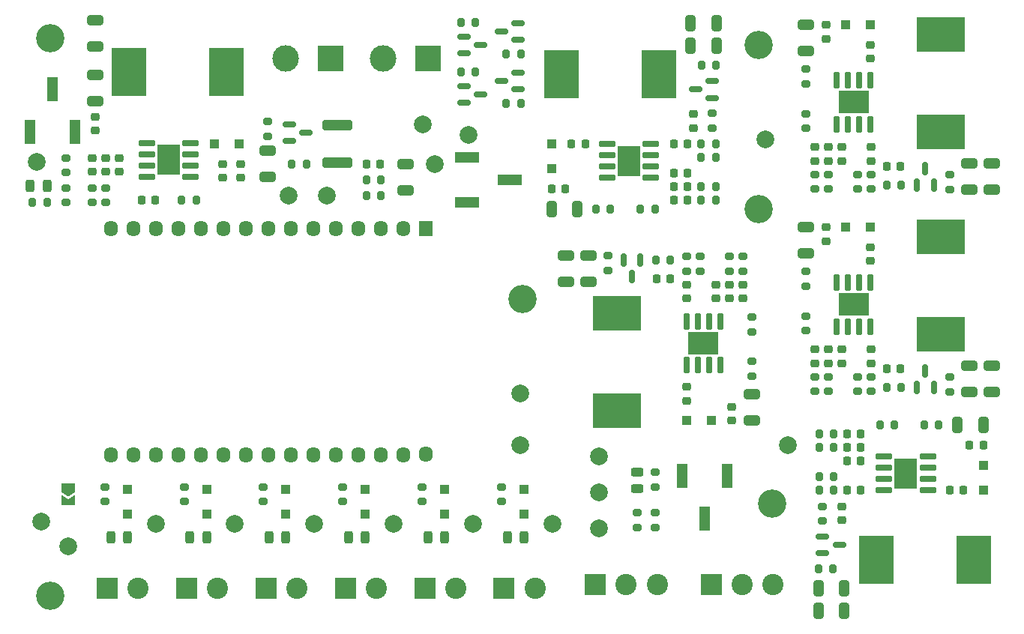
<source format=gts>
%TF.GenerationSoftware,KiCad,Pcbnew,7.0.10*%
%TF.CreationDate,2024-02-13T14:16:51+07:00*%
%TF.ProjectId,AniSignage v2,416e6953-6967-46e6-9167-652076322e6b,rev?*%
%TF.SameCoordinates,Original*%
%TF.FileFunction,Soldermask,Top*%
%TF.FilePolarity,Negative*%
%FSLAX46Y46*%
G04 Gerber Fmt 4.6, Leading zero omitted, Abs format (unit mm)*
G04 Created by KiCad (PCBNEW 7.0.10) date 2024-02-13 14:16:51*
%MOMM*%
%LPD*%
G01*
G04 APERTURE LIST*
G04 Aperture macros list*
%AMRoundRect*
0 Rectangle with rounded corners*
0 $1 Rounding radius*
0 $2 $3 $4 $5 $6 $7 $8 $9 X,Y pos of 4 corners*
0 Add a 4 corners polygon primitive as box body*
4,1,4,$2,$3,$4,$5,$6,$7,$8,$9,$2,$3,0*
0 Add four circle primitives for the rounded corners*
1,1,$1+$1,$2,$3*
1,1,$1+$1,$4,$5*
1,1,$1+$1,$6,$7*
1,1,$1+$1,$8,$9*
0 Add four rect primitives between the rounded corners*
20,1,$1+$1,$2,$3,$4,$5,0*
20,1,$1+$1,$4,$5,$6,$7,0*
20,1,$1+$1,$6,$7,$8,$9,0*
20,1,$1+$1,$8,$9,$2,$3,0*%
%AMFreePoly0*
4,1,6,1.000000,0.000000,0.500000,-0.750000,-0.500000,-0.750000,-0.500000,0.750000,0.500000,0.750000,1.000000,0.000000,1.000000,0.000000,$1*%
%AMFreePoly1*
4,1,6,0.500000,-0.750000,-0.650000,-0.750000,-0.150000,0.000000,-0.650000,0.750000,0.500000,0.750000,0.500000,-0.750000,0.500000,-0.750000,$1*%
G04 Aperture macros list end*
%ADD10RoundRect,0.200000X0.200000X0.275000X-0.200000X0.275000X-0.200000X-0.275000X0.200000X-0.275000X0*%
%ADD11RoundRect,0.150000X-0.587500X-0.150000X0.587500X-0.150000X0.587500X0.150000X-0.587500X0.150000X0*%
%ADD12RoundRect,0.250000X0.300000X-0.300000X0.300000X0.300000X-0.300000X0.300000X-0.300000X-0.300000X0*%
%ADD13RoundRect,0.243750X0.243750X0.456250X-0.243750X0.456250X-0.243750X-0.456250X0.243750X-0.456250X0*%
%ADD14RoundRect,0.225000X0.250000X-0.225000X0.250000X0.225000X-0.250000X0.225000X-0.250000X-0.225000X0*%
%ADD15R,2.400000X2.400000*%
%ADD16C,2.400000*%
%ADD17RoundRect,0.200000X-0.200000X-0.275000X0.200000X-0.275000X0.200000X0.275000X-0.200000X0.275000X0*%
%ADD18RoundRect,0.225000X-0.250000X0.225000X-0.250000X-0.225000X0.250000X-0.225000X0.250000X0.225000X0*%
%ADD19RoundRect,0.200000X0.275000X-0.200000X0.275000X0.200000X-0.275000X0.200000X-0.275000X-0.200000X0*%
%ADD20RoundRect,0.150000X-0.150000X0.820000X-0.150000X-0.820000X0.150000X-0.820000X0.150000X0.820000X0*%
%ADD21R,3.510000X2.620000*%
%ADD22RoundRect,0.225000X-0.225000X-0.250000X0.225000X-0.250000X0.225000X0.250000X-0.225000X0.250000X0*%
%ADD23RoundRect,0.250000X0.300000X0.300000X-0.300000X0.300000X-0.300000X-0.300000X0.300000X-0.300000X0*%
%ADD24RoundRect,0.200000X-0.275000X0.200000X-0.275000X-0.200000X0.275000X-0.200000X0.275000X0.200000X0*%
%ADD25RoundRect,0.150000X-0.820000X-0.150000X0.820000X-0.150000X0.820000X0.150000X-0.820000X0.150000X0*%
%ADD26R,2.620000X3.510000*%
%ADD27RoundRect,0.250000X0.650000X-0.325000X0.650000X0.325000X-0.650000X0.325000X-0.650000X-0.325000X0*%
%ADD28RoundRect,0.150000X0.150000X-0.820000X0.150000X0.820000X-0.150000X0.820000X-0.150000X-0.820000X0*%
%ADD29FreePoly0,270.000000*%
%ADD30FreePoly1,270.000000*%
%ADD31RoundRect,0.250000X-0.300000X-0.300000X0.300000X-0.300000X0.300000X0.300000X-0.300000X0.300000X0*%
%ADD32RoundRect,0.225000X0.225000X0.250000X-0.225000X0.250000X-0.225000X-0.250000X0.225000X-0.250000X0*%
%ADD33R,5.400000X3.900000*%
%ADD34RoundRect,0.150000X-0.150000X0.587500X-0.150000X-0.587500X0.150000X-0.587500X0.150000X0.587500X0*%
%ADD35RoundRect,0.250000X0.325000X0.650000X-0.325000X0.650000X-0.325000X-0.650000X0.325000X-0.650000X0*%
%ADD36C,3.200000*%
%ADD37C,2.000000*%
%ADD38R,3.900000X5.400000*%
%ADD39R,2.790000X1.190000*%
%ADD40RoundRect,0.250000X-0.650000X0.325000X-0.650000X-0.325000X0.650000X-0.325000X0.650000X0.325000X0*%
%ADD41RoundRect,0.250000X-1.450000X0.312500X-1.450000X-0.312500X1.450000X-0.312500X1.450000X0.312500X0*%
%ADD42RoundRect,0.250000X-0.325000X-0.650000X0.325000X-0.650000X0.325000X0.650000X-0.325000X0.650000X0*%
%ADD43R,3.000000X3.000000*%
%ADD44C,3.000000*%
%ADD45RoundRect,0.250000X-0.300000X0.300000X-0.300000X-0.300000X0.300000X-0.300000X0.300000X0.300000X0*%
%ADD46RoundRect,0.150000X0.587500X0.150000X-0.587500X0.150000X-0.587500X-0.150000X0.587500X-0.150000X0*%
%ADD47RoundRect,0.243750X0.456250X-0.243750X0.456250X0.243750X-0.456250X0.243750X-0.456250X-0.243750X0*%
%ADD48R,1.190000X2.790000*%
%ADD49RoundRect,0.150000X0.150000X-0.587500X0.150000X0.587500X-0.150000X0.587500X-0.150000X-0.587500X0*%
%ADD50R,1.580000X1.780000*%
%ADD51O,1.580000X1.780000*%
%ADD52RoundRect,0.243750X-0.243750X-0.456250X0.243750X-0.456250X0.243750X0.456250X-0.243750X0.456250X0*%
%ADD53RoundRect,0.150000X0.820000X0.150000X-0.820000X0.150000X-0.820000X-0.150000X0.820000X-0.150000X0*%
%ADD54C,2.010000*%
G04 APERTURE END LIST*
D10*
%TO.C,R14*%
X134916500Y-57150000D03*
X133266500Y-57150000D03*
%TD*%
D11*
%TO.C,TR1*%
X113889000Y-63058000D03*
X113889000Y-64958000D03*
X115764000Y-64008000D03*
%TD*%
D12*
%TO.C,D13*%
X131462180Y-107064000D03*
X131462180Y-104264000D03*
%TD*%
D13*
%TO.C,D14*%
X140427475Y-109728000D03*
X138552475Y-109728000D03*
%TD*%
D10*
%TO.C,R5*%
X103381000Y-71628000D03*
X101731000Y-71628000D03*
%TD*%
D14*
%TO.C,C54*%
X162052000Y-82702000D03*
X162052000Y-81152000D03*
%TD*%
D15*
%TO.C,I4*%
X120238885Y-115470000D03*
D16*
X123738885Y-115470000D03*
%TD*%
D17*
%TO.C,R54*%
X173736000Y-104394000D03*
X175386000Y-104394000D03*
%TD*%
D15*
%TO.C,I2*%
X102308295Y-115470000D03*
D16*
X105808295Y-115470000D03*
%TD*%
D18*
%TO.C,C26*%
X174752000Y-65634000D03*
X174752000Y-67184000D03*
%TD*%
D19*
%TO.C,R39*%
X173228000Y-70358000D03*
X173228000Y-68708000D03*
%TD*%
D14*
%TO.C,C29*%
X179564000Y-55626000D03*
X179564000Y-54076000D03*
%TD*%
D20*
%TO.C,U10*%
X179564000Y-58079000D03*
X178294000Y-58079000D03*
X177024000Y-58079000D03*
X175754000Y-58079000D03*
X175754000Y-63039000D03*
X177024000Y-63039000D03*
X178294000Y-63039000D03*
X179564000Y-63039000D03*
D21*
X177659000Y-60559000D03*
%TD*%
D18*
%TO.C,C57*%
X163830000Y-94970000D03*
X163830000Y-96520000D03*
%TD*%
D22*
%TO.C,C18*%
X157328000Y-71628000D03*
X158878000Y-71628000D03*
%TD*%
D23*
%TO.C,D17*%
X179564000Y-51816000D03*
X176764000Y-51816000D03*
%TD*%
D24*
%TO.C,R62*%
X158750000Y-77978000D03*
X158750000Y-79628000D03*
%TD*%
D25*
%TO.C,U9*%
X149773000Y-65292000D03*
X149773000Y-66562000D03*
X149773000Y-67832000D03*
X149773000Y-69102000D03*
X154733000Y-69102000D03*
X154733000Y-67832000D03*
X154733000Y-66562000D03*
X154733000Y-65292000D03*
D26*
X152253000Y-67197000D03*
%TD*%
D18*
%TO.C,C34*%
X176276000Y-88494000D03*
X176276000Y-90044000D03*
%TD*%
D24*
%TO.C,R11*%
X155194000Y-106934000D03*
X155194000Y-108584000D03*
%TD*%
D27*
%TO.C,C11*%
X127000000Y-70514000D03*
X127000000Y-67564000D03*
%TD*%
D28*
%TO.C,U13*%
X158764000Y-90257000D03*
X160034000Y-90257000D03*
X161304000Y-90257000D03*
X162574000Y-90257000D03*
X162574000Y-85297000D03*
X161304000Y-85297000D03*
X160034000Y-85297000D03*
X158764000Y-85297000D03*
D21*
X160669000Y-87777000D03*
%TD*%
D14*
%TO.C,C53*%
X158750000Y-82702000D03*
X158750000Y-81152000D03*
%TD*%
D19*
%TO.C,R50*%
X172212000Y-86360000D03*
X172212000Y-84710000D03*
%TD*%
D27*
%TO.C,C25*%
X172212000Y-54766000D03*
X172212000Y-51816000D03*
%TD*%
D17*
%TO.C,R33*%
X148527000Y-72644000D03*
X150177000Y-72644000D03*
%TD*%
%TO.C,R12*%
X138406000Y-55118000D03*
X140056000Y-55118000D03*
%TD*%
D29*
%TO.C,JP1*%
X88900000Y-104140000D03*
D30*
X88900000Y-105590000D03*
%TD*%
D31*
%TO.C,D20*%
X158764000Y-96520000D03*
X161564000Y-96520000D03*
%TD*%
D32*
%TO.C,C32*%
X182943000Y-67818000D03*
X181393000Y-67818000D03*
%TD*%
D18*
%TO.C,C10*%
X91948000Y-62217000D03*
X91948000Y-63767000D03*
%TD*%
D33*
%TO.C,L3*%
X187452000Y-52920000D03*
X187452000Y-63920000D03*
%TD*%
D34*
%TO.C,TR10*%
X153538000Y-78389000D03*
X151638000Y-78389000D03*
X152588000Y-80264000D03*
%TD*%
D27*
%TO.C,C61*%
X145119000Y-80843000D03*
X145119000Y-77893000D03*
%TD*%
D32*
%TO.C,C43*%
X178460000Y-104394000D03*
X176910000Y-104394000D03*
%TD*%
D27*
%TO.C,C60*%
X147659000Y-80843000D03*
X147659000Y-77893000D03*
%TD*%
D35*
%TO.C,C15*%
X146460000Y-72644000D03*
X143510000Y-72644000D03*
%TD*%
D36*
%TO.C,H2*%
X86868000Y-116332000D03*
%TD*%
D37*
%TO.C,TP3*%
X98806000Y-108204000D03*
%TD*%
D22*
%TO.C,C16*%
X157328000Y-70104000D03*
X158878000Y-70104000D03*
%TD*%
D38*
%TO.C,L5*%
X191174000Y-112268000D03*
X180174000Y-112268000D03*
%TD*%
D39*
%TO.C,RV3*%
X133983000Y-66802000D03*
X138813000Y-69342000D03*
X133983000Y-71882000D03*
%TD*%
D17*
%TO.C,R2*%
X114177000Y-67564000D03*
X115827000Y-67564000D03*
%TD*%
D40*
%TO.C,C41*%
X193209000Y-90353000D03*
X193209000Y-93303000D03*
%TD*%
D18*
%TO.C,C22*%
X159512000Y-61913000D03*
X159512000Y-63463000D03*
%TD*%
D33*
%TO.C,L4*%
X187452000Y-75780000D03*
X187452000Y-86780000D03*
%TD*%
D41*
%TO.C,F1*%
X119320000Y-63140500D03*
X119320000Y-67415500D03*
%TD*%
D10*
%TO.C,R34*%
X155194000Y-72644000D03*
X153544000Y-72644000D03*
%TD*%
D22*
%TO.C,C49*%
X188468000Y-104380000D03*
X190018000Y-104380000D03*
%TD*%
D32*
%TO.C,C17*%
X145060000Y-70358000D03*
X143510000Y-70358000D03*
%TD*%
D24*
%TO.C,R6*%
X88646000Y-66865000D03*
X88646000Y-68515000D03*
%TD*%
D10*
%TO.C,R32*%
X162052000Y-70104000D03*
X160402000Y-70104000D03*
%TD*%
D42*
%TO.C,C20*%
X159187000Y-54187000D03*
X162137000Y-54187000D03*
%TD*%
D17*
%TO.C,R8*%
X84885500Y-71882000D03*
X86535500Y-71882000D03*
%TD*%
D10*
%TO.C,R67*%
X156935000Y-78389000D03*
X155285000Y-78389000D03*
%TD*%
D37*
%TO.C,TP6*%
X125701885Y-108204000D03*
%TD*%
D43*
%TO.C,Vi2*%
X129540000Y-55575000D03*
D44*
X124460000Y-55575000D03*
%TD*%
D19*
%TO.C,R35*%
X161641000Y-63463000D03*
X161641000Y-61813000D03*
%TD*%
D45*
%TO.C,D16*%
X143510000Y-65292000D03*
X143510000Y-68092000D03*
%TD*%
D10*
%TO.C,R57*%
X187261000Y-97028000D03*
X185611000Y-97028000D03*
%TD*%
D37*
%TO.C,TP8*%
X143632475Y-108204000D03*
%TD*%
D19*
%TO.C,R47*%
X173228000Y-93218000D03*
X173228000Y-91568000D03*
%TD*%
D40*
%TO.C,C31*%
X193209000Y-67493000D03*
X193209000Y-70443000D03*
%TD*%
D19*
%TO.C,R46*%
X179578000Y-93218000D03*
X179578000Y-91568000D03*
%TD*%
D32*
%TO.C,C12*%
X124169000Y-67564000D03*
X122619000Y-67564000D03*
%TD*%
D46*
%TO.C,TR6*%
X161641000Y-60066000D03*
X161641000Y-58166000D03*
X159766000Y-59116000D03*
%TD*%
D17*
%TO.C,R51*%
X181393000Y-92807000D03*
X183043000Y-92807000D03*
%TD*%
D19*
%TO.C,R48*%
X174752000Y-93218000D03*
X174752000Y-91568000D03*
%TD*%
D12*
%TO.C,D15*%
X140427475Y-107064000D03*
X140427475Y-104264000D03*
%TD*%
D11*
%TO.C,TR4*%
X133604000Y-58740000D03*
X133604000Y-60640000D03*
X135479000Y-59690000D03*
%TD*%
D36*
%TO.C,H1*%
X86868000Y-53340000D03*
%TD*%
D11*
%TO.C,TR2*%
X133604000Y-53152000D03*
X133604000Y-55052000D03*
X135479000Y-54102000D03*
%TD*%
D32*
%TO.C,C46*%
X178460000Y-99568000D03*
X176910000Y-99568000D03*
%TD*%
D19*
%TO.C,R38*%
X179578000Y-70358000D03*
X179578000Y-68708000D03*
%TD*%
D17*
%TO.C,R29*%
X160402000Y-66802000D03*
X162052000Y-66802000D03*
%TD*%
D27*
%TO.C,C35*%
X172212000Y-77626000D03*
X172212000Y-74676000D03*
%TD*%
D14*
%TO.C,C56*%
X163576000Y-82702000D03*
X163576000Y-81152000D03*
%TD*%
D18*
%TO.C,C33*%
X179578000Y-88494000D03*
X179578000Y-90044000D03*
%TD*%
D36*
%TO.C,H5*%
X166878000Y-72644000D03*
%TD*%
D37*
%TO.C,TP18*%
X148844000Y-104648000D03*
%TD*%
D32*
%TO.C,C42*%
X182943000Y-90678000D03*
X181393000Y-90678000D03*
%TD*%
D19*
%TO.C,R7*%
X88646000Y-71882000D03*
X88646000Y-70232000D03*
%TD*%
D14*
%TO.C,C58*%
X165100000Y-82702000D03*
X165100000Y-81152000D03*
%TD*%
D10*
%TO.C,R30*%
X162052000Y-65278000D03*
X160402000Y-65278000D03*
%TD*%
D17*
%TO.C,R43*%
X181393000Y-69947000D03*
X183043000Y-69947000D03*
%TD*%
D47*
%TO.C,D3*%
X153162000Y-104237000D03*
X153162000Y-102362000D03*
%TD*%
D11*
%TO.C,TR9*%
X174147000Y-109606000D03*
X174147000Y-111506000D03*
X176022000Y-110556000D03*
%TD*%
D22*
%TO.C,C14*%
X157328000Y-68580000D03*
X158878000Y-68580000D03*
%TD*%
D19*
%TO.C,R22*%
X110991590Y-105664000D03*
X110991590Y-104014000D03*
%TD*%
%TO.C,R24*%
X119956885Y-105664000D03*
X119956885Y-104014000D03*
%TD*%
D24*
%TO.C,R64*%
X163576000Y-77978000D03*
X163576000Y-79628000D03*
%TD*%
D23*
%TO.C,D18*%
X179564000Y-74676000D03*
X176764000Y-74676000D03*
%TD*%
D19*
%TO.C,R42*%
X172212000Y-63500000D03*
X172212000Y-61850000D03*
%TD*%
D18*
%TO.C,C23*%
X179578000Y-65634000D03*
X179578000Y-67184000D03*
%TD*%
D48*
%TO.C,RV1*%
X84582000Y-63883000D03*
X87122000Y-59053000D03*
X89662000Y-63883000D03*
%TD*%
D40*
%TO.C,C40*%
X190669000Y-90353000D03*
X190669000Y-93303000D03*
%TD*%
D19*
%TO.C,R28*%
X137887475Y-105664000D03*
X137887475Y-104014000D03*
%TD*%
%TO.C,R61*%
X160274000Y-79628000D03*
X160274000Y-77978000D03*
%TD*%
D17*
%TO.C,R58*%
X180594000Y-97028000D03*
X182244000Y-97028000D03*
%TD*%
D37*
%TO.C,TP9*%
X85852000Y-107950000D03*
%TD*%
D19*
%TO.C,R10*%
X155194000Y-104012000D03*
X155194000Y-102362000D03*
%TD*%
D40*
%TO.C,C55*%
X166116000Y-93570000D03*
X166116000Y-96520000D03*
%TD*%
D17*
%TO.C,R60*%
X173673000Y-113284000D03*
X175323000Y-113284000D03*
%TD*%
D49*
%TO.C,TR7*%
X184790000Y-69947000D03*
X186690000Y-69947000D03*
X185740000Y-68072000D03*
%TD*%
D14*
%TO.C,C6*%
X108398000Y-69101000D03*
X108398000Y-67551000D03*
%TD*%
D12*
%TO.C,D19*%
X192278000Y-104380000D03*
X192278000Y-101580000D03*
%TD*%
D37*
%TO.C,TP11*%
X139954000Y-99314000D03*
%TD*%
D19*
%TO.C,R40*%
X174752000Y-70358000D03*
X174752000Y-68708000D03*
%TD*%
D18*
%TO.C,C24*%
X176276000Y-65634000D03*
X176276000Y-67184000D03*
%TD*%
D50*
%TO.C,U2*%
X129286000Y-74867300D03*
D51*
X126746000Y-74867300D03*
X124206000Y-74867300D03*
X121666000Y-74867300D03*
X119126000Y-74867300D03*
X116586000Y-74867300D03*
X114046000Y-74867300D03*
X111506000Y-74867300D03*
X108966000Y-74867300D03*
X106426000Y-74867300D03*
X103886000Y-74867300D03*
X101346000Y-74867300D03*
X98806000Y-74867300D03*
X96266000Y-74867300D03*
X93726000Y-74817300D03*
X93726000Y-100367300D03*
X96266000Y-100367300D03*
X98806000Y-100367300D03*
X101346000Y-100367300D03*
X103886000Y-100367300D03*
X106426000Y-100367300D03*
X108966000Y-100367300D03*
X111506000Y-100367300D03*
X114046000Y-100367300D03*
X116586000Y-100367300D03*
X119126000Y-100367300D03*
X121666000Y-100367300D03*
X124206000Y-100367300D03*
X126746000Y-100367300D03*
X129286000Y-100317300D03*
%TD*%
D12*
%TO.C,D9*%
X113531590Y-107064000D03*
X113531590Y-104264000D03*
%TD*%
D13*
%TO.C,D10*%
X122496885Y-109728000D03*
X120621885Y-109728000D03*
%TD*%
D38*
%TO.C,L2*%
X144614000Y-57404000D03*
X155614000Y-57404000D03*
%TD*%
D46*
%TO.C,TR3*%
X139718500Y-53528000D03*
X139718500Y-51628000D03*
X137843500Y-52578000D03*
%TD*%
D10*
%TO.C,R16*%
X124269000Y-69342000D03*
X122619000Y-69342000D03*
%TD*%
D24*
%TO.C,R49*%
X172212000Y-79693000D03*
X172212000Y-81343000D03*
%TD*%
D37*
%TO.C,TP19*%
X118110000Y-71120000D03*
%TD*%
D13*
%TO.C,D4*%
X95601000Y-109728000D03*
X93726000Y-109728000D03*
%TD*%
D22*
%TO.C,C47*%
X190728000Y-99314000D03*
X192278000Y-99314000D03*
%TD*%
D27*
%TO.C,C8*%
X91948000Y-54258000D03*
X91948000Y-51308000D03*
%TD*%
D37*
%TO.C,TP2*%
X113792000Y-71120000D03*
%TD*%
D13*
%TO.C,D12*%
X131462180Y-109728000D03*
X129587180Y-109728000D03*
%TD*%
D14*
%TO.C,C37*%
X174498000Y-76226000D03*
X174498000Y-74676000D03*
%TD*%
D10*
%TO.C,R36*%
X162115000Y-56388000D03*
X160465000Y-56388000D03*
%TD*%
D19*
%TO.C,R52*%
X188468000Y-93281000D03*
X188468000Y-91631000D03*
%TD*%
D40*
%TO.C,C30*%
X190669000Y-67493000D03*
X190669000Y-70443000D03*
%TD*%
D14*
%TO.C,C52*%
X176276000Y-107759000D03*
X176276000Y-106209000D03*
%TD*%
D42*
%TO.C,C21*%
X159187000Y-51647000D03*
X162137000Y-51647000D03*
%TD*%
D37*
%TO.C,TP16*%
X130302000Y-67564000D03*
%TD*%
D13*
%TO.C,D6*%
X104566295Y-109728000D03*
X102691295Y-109728000D03*
%TD*%
D33*
%TO.C,L6*%
X150876000Y-95416000D03*
X150876000Y-84416000D03*
%TD*%
D32*
%TO.C,C44*%
X178460000Y-101092000D03*
X176910000Y-101092000D03*
%TD*%
D35*
%TO.C,C50*%
X176601000Y-115485000D03*
X173651000Y-115485000D03*
%TD*%
D31*
%TO.C,D1*%
X105474000Y-65278000D03*
X108274000Y-65278000D03*
%TD*%
D15*
%TO.C,I1*%
X93343000Y-115470000D03*
D16*
X96843000Y-115470000D03*
%TD*%
D10*
%TO.C,R76*%
X124269000Y-71120000D03*
X122619000Y-71120000D03*
%TD*%
D32*
%TO.C,C19*%
X147320000Y-65292000D03*
X145770000Y-65292000D03*
%TD*%
D17*
%TO.C,R15*%
X138406000Y-60706000D03*
X140056000Y-60706000D03*
%TD*%
D14*
%TO.C,C27*%
X174498000Y-53366000D03*
X174498000Y-51816000D03*
%TD*%
D52*
%TO.C,D2*%
X84660500Y-69979000D03*
X86535500Y-69979000D03*
%TD*%
D24*
%TO.C,R1*%
X111446000Y-62738000D03*
X111446000Y-64388000D03*
%TD*%
D18*
%TO.C,C3*%
X93158000Y-66851000D03*
X93158000Y-68401000D03*
%TD*%
%TO.C,C5*%
X91634000Y-66851000D03*
X91634000Y-68401000D03*
%TD*%
D37*
%TO.C,TP13*%
X167640000Y-64770000D03*
%TD*%
D24*
%TO.C,R63*%
X165100000Y-77978000D03*
X165100000Y-79628000D03*
%TD*%
D32*
%TO.C,C48*%
X178460000Y-98044000D03*
X176910000Y-98044000D03*
%TD*%
D19*
%TO.C,R20*%
X102026295Y-105664000D03*
X102026295Y-104014000D03*
%TD*%
D15*
%TO.C,Q1*%
X148448000Y-115062000D03*
D16*
X151948000Y-115062000D03*
X155448000Y-115062000D03*
%TD*%
D22*
%TO.C,C1*%
X97222000Y-71628000D03*
X98772000Y-71628000D03*
%TD*%
D37*
%TO.C,TP4*%
X107771295Y-108204000D03*
%TD*%
D15*
%TO.C,Q2*%
X161544000Y-115062000D03*
D16*
X165044000Y-115062000D03*
X168544000Y-115062000D03*
%TD*%
D38*
%TO.C,L1*%
X106786000Y-57150000D03*
X95786000Y-57150000D03*
%TD*%
D53*
%TO.C,U12*%
X186015000Y-104380000D03*
X186015000Y-103110000D03*
X186015000Y-101840000D03*
X186015000Y-100570000D03*
X181055000Y-100570000D03*
X181055000Y-101840000D03*
X181055000Y-103110000D03*
X181055000Y-104380000D03*
D26*
X183535000Y-102475000D03*
%TD*%
D17*
%TO.C,R56*%
X173736000Y-99568000D03*
X175386000Y-99568000D03*
%TD*%
D48*
%TO.C,RV2*%
X163322000Y-102741000D03*
X160782000Y-107571000D03*
X158242000Y-102741000D03*
%TD*%
D36*
%TO.C,H6*%
X140208000Y-82804000D03*
%TD*%
%TO.C,H4*%
X166878000Y-54102000D03*
%TD*%
D20*
%TO.C,U11*%
X179564000Y-80939000D03*
X178294000Y-80939000D03*
X177024000Y-80939000D03*
X175754000Y-80939000D03*
X175754000Y-85899000D03*
X177024000Y-85899000D03*
X178294000Y-85899000D03*
X179564000Y-85899000D03*
D21*
X177659000Y-83419000D03*
%TD*%
D37*
%TO.C,TP1*%
X88900000Y-110744000D03*
%TD*%
D10*
%TO.C,R9*%
X134916500Y-51562000D03*
X133266500Y-51562000D03*
%TD*%
D54*
%TO.C,F2*%
X134112000Y-64262000D03*
X129012000Y-63062000D03*
%TD*%
D22*
%TO.C,C62*%
X155385000Y-80518000D03*
X156935000Y-80518000D03*
%TD*%
%TO.C,C13*%
X157328000Y-65278000D03*
X158878000Y-65278000D03*
%TD*%
D40*
%TO.C,C4*%
X111446000Y-66040000D03*
X111446000Y-68990000D03*
%TD*%
D15*
%TO.C,I6*%
X138169475Y-115470000D03*
D16*
X141669475Y-115470000D03*
%TD*%
D18*
%TO.C,C28*%
X173228000Y-65634000D03*
X173228000Y-67184000D03*
%TD*%
D19*
%TO.C,R26*%
X128922180Y-105664000D03*
X128922180Y-104014000D03*
%TD*%
D49*
%TO.C,TR8*%
X184790000Y-92807000D03*
X186690000Y-92807000D03*
X185740000Y-90932000D03*
%TD*%
D24*
%TO.C,R45*%
X178054000Y-91568000D03*
X178054000Y-93218000D03*
%TD*%
%TO.C,R66*%
X166116000Y-84836000D03*
X166116000Y-86486000D03*
%TD*%
D46*
%TO.C,TR5*%
X139718500Y-59116000D03*
X139718500Y-57216000D03*
X137843500Y-58166000D03*
%TD*%
D37*
%TO.C,TP12*%
X139954000Y-93472000D03*
%TD*%
D53*
%TO.C,U1*%
X102750000Y-68961000D03*
X102750000Y-67691000D03*
X102750000Y-66421000D03*
X102750000Y-65151000D03*
X97790000Y-65151000D03*
X97790000Y-66421000D03*
X97790000Y-67691000D03*
X97790000Y-68961000D03*
D26*
X100270000Y-67056000D03*
%TD*%
D12*
%TO.C,D7*%
X104566295Y-107064000D03*
X104566295Y-104264000D03*
%TD*%
D10*
%TO.C,R31*%
X162052000Y-71628000D03*
X160402000Y-71628000D03*
%TD*%
D15*
%TO.C,I3*%
X111273590Y-115470000D03*
D16*
X114773590Y-115470000D03*
%TD*%
D18*
%TO.C,C59*%
X158764000Y-92710000D03*
X158764000Y-94260000D03*
%TD*%
D15*
%TO.C,I5*%
X129204180Y-115470000D03*
D16*
X132704180Y-115470000D03*
%TD*%
D12*
%TO.C,D5*%
X95601000Y-107064000D03*
X95601000Y-104264000D03*
%TD*%
D24*
%TO.C,R68*%
X149860000Y-77915000D03*
X149860000Y-79565000D03*
%TD*%
D19*
%TO.C,R4*%
X93158000Y-71882000D03*
X93158000Y-70232000D03*
%TD*%
D36*
%TO.C,H3*%
X168402000Y-105918000D03*
%TD*%
D37*
%TO.C,TP10*%
X85344000Y-67310000D03*
%TD*%
D17*
%TO.C,R55*%
X173736000Y-98044000D03*
X175386000Y-98044000D03*
%TD*%
D10*
%TO.C,R53*%
X175386000Y-102870000D03*
X173736000Y-102870000D03*
%TD*%
D43*
%TO.C,Vi1*%
X118563000Y-55575000D03*
D44*
X113483000Y-55575000D03*
%TD*%
D24*
%TO.C,R37*%
X178054000Y-68708000D03*
X178054000Y-70358000D03*
%TD*%
D19*
%TO.C,R65*%
X166116000Y-91503000D03*
X166116000Y-89853000D03*
%TD*%
%TO.C,R18*%
X93061000Y-105664000D03*
X93061000Y-104014000D03*
%TD*%
D37*
%TO.C,TP14*%
X148844000Y-100584000D03*
%TD*%
D18*
%TO.C,C38*%
X173228000Y-88494000D03*
X173228000Y-90044000D03*
%TD*%
D13*
%TO.C,D8*%
X113531590Y-109728000D03*
X111656590Y-109728000D03*
%TD*%
D12*
%TO.C,D11*%
X122496885Y-107064000D03*
X122496885Y-104264000D03*
%TD*%
D14*
%TO.C,C7*%
X106366000Y-69101000D03*
X106366000Y-67551000D03*
%TD*%
D37*
%TO.C,TP15*%
X170180000Y-99314000D03*
%TD*%
D24*
%TO.C,R41*%
X172212000Y-56833000D03*
X172212000Y-58483000D03*
%TD*%
D27*
%TO.C,C9*%
X91948000Y-60452000D03*
X91948000Y-57502000D03*
%TD*%
D18*
%TO.C,C2*%
X94682000Y-66851000D03*
X94682000Y-68401000D03*
%TD*%
D19*
%TO.C,R44*%
X188468000Y-70421000D03*
X188468000Y-68771000D03*
%TD*%
D42*
%TO.C,C45*%
X189328000Y-97028000D03*
X192278000Y-97028000D03*
%TD*%
D35*
%TO.C,C51*%
X176601000Y-118025000D03*
X173651000Y-118025000D03*
%TD*%
D37*
%TO.C,TP17*%
X148844000Y-108712000D03*
%TD*%
D19*
%TO.C,R13*%
X153162000Y-108584000D03*
X153162000Y-106934000D03*
%TD*%
%TO.C,R3*%
X91634000Y-71882000D03*
X91634000Y-70232000D03*
%TD*%
D37*
%TO.C,TP5*%
X116736590Y-108204000D03*
%TD*%
D14*
%TO.C,C39*%
X179564000Y-78486000D03*
X179564000Y-76936000D03*
%TD*%
D37*
%TO.C,TP7*%
X134667180Y-108204000D03*
%TD*%
D18*
%TO.C,C36*%
X174752000Y-88494000D03*
X174752000Y-90044000D03*
%TD*%
D24*
%TO.C,R59*%
X174147000Y-106209000D03*
X174147000Y-107859000D03*
%TD*%
M02*

</source>
